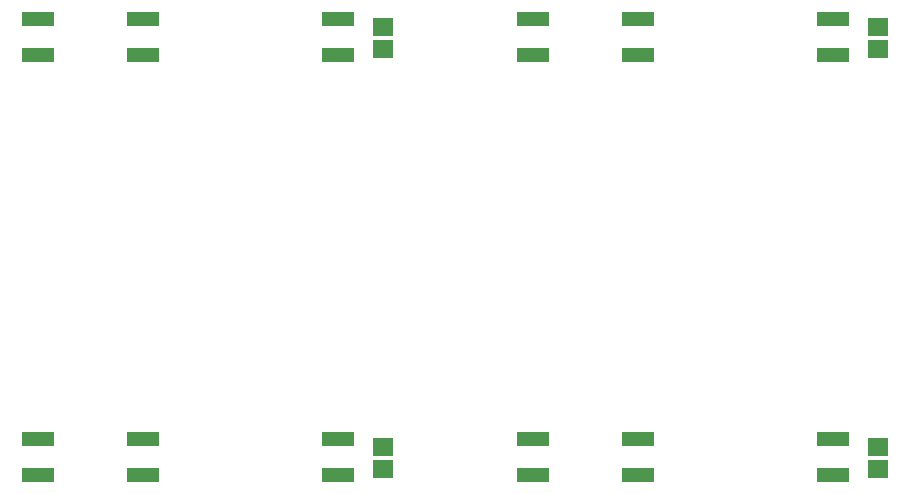
<source format=gbr>
%FSLAX34Y34*%
%MOMM*%
%LNSMDMASK_TOP*%
G71*
G01*
%ADD10R, 2.70X1.20*%
%ADD11R, 1.80X1.50*%
%LPD*%
X146050Y895350D02*
G54D10*
D03*
X146050Y864791D02*
G54D10*
D03*
X57150Y895350D02*
G54D10*
D03*
X57150Y864791D02*
G54D10*
D03*
X311150Y895350D02*
G54D10*
D03*
X311150Y864791D02*
G54D10*
D03*
X349250Y889000D02*
G54D11*
D03*
X349250Y870000D02*
G54D11*
D03*
X565150Y895350D02*
G54D10*
D03*
X565150Y864791D02*
G54D10*
D03*
X476250Y895350D02*
G54D10*
D03*
X476250Y864791D02*
G54D10*
D03*
X730250Y895350D02*
G54D10*
D03*
X730250Y864791D02*
G54D10*
D03*
X768350Y889000D02*
G54D11*
D03*
X768350Y870000D02*
G54D11*
D03*
X146050Y539750D02*
G54D10*
D03*
X146050Y509191D02*
G54D10*
D03*
X57150Y539750D02*
G54D10*
D03*
X57150Y509191D02*
G54D10*
D03*
X311150Y539750D02*
G54D10*
D03*
X311150Y509191D02*
G54D10*
D03*
X349250Y533400D02*
G54D11*
D03*
X349250Y514400D02*
G54D11*
D03*
X565150Y539750D02*
G54D10*
D03*
X565150Y509191D02*
G54D10*
D03*
X476250Y539750D02*
G54D10*
D03*
X476250Y509191D02*
G54D10*
D03*
X730250Y539750D02*
G54D10*
D03*
X730250Y509191D02*
G54D10*
D03*
X768350Y533400D02*
G54D11*
D03*
X768350Y514400D02*
G54D11*
D03*
M02*

</source>
